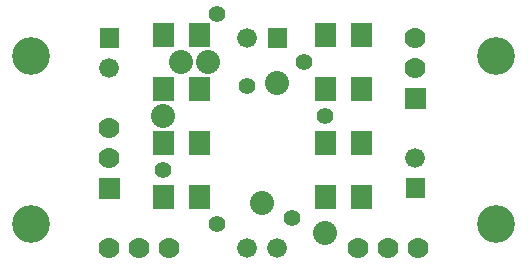
<source format=gbs>
G04 start of page 8 for group -4062 idx -4062 *
G04 Title: (unknown), soldermask *
G04 Creator: pcb 20140316 *
G04 CreationDate: Sat 19 Jul 2014 12:31:25 AM GMT UTC *
G04 For: visage *
G04 Format: Gerber/RS-274X *
G04 PCB-Dimensions (mil): 2010.00 1020.00 *
G04 PCB-Coordinate-Origin: lower left *
%MOIN*%
%FSLAX25Y25*%
%LNBOTTOMMASK*%
%ADD49R,0.0700X0.0700*%
%ADD48C,0.0800*%
%ADD47C,0.0560*%
%ADD46C,0.1260*%
%ADD45C,0.0660*%
%ADD44C,0.0001*%
%ADD43C,0.0700*%
G54D43*X69000Y15000D03*
X59000D03*
X49000D03*
G54D44*G36*
X45500Y38500D02*Y31500D01*
X52500D01*
Y38500D01*
X45500D01*
G37*
G54D43*X49000Y55000D03*
Y45000D03*
G54D45*Y75000D03*
G54D44*G36*
X45700Y88300D02*Y81700D01*
X52300D01*
Y88300D01*
X45700D01*
G37*
G54D43*X132000Y15000D03*
X142000D03*
X152000D03*
G54D45*X105000D03*
X95000D03*
Y85000D03*
G54D44*G36*
X101700Y88300D02*Y81700D01*
X108300D01*
Y88300D01*
X101700D01*
G37*
G54D45*X151000Y45000D03*
G54D44*G36*
X147700Y38300D02*Y31700D01*
X154300D01*
Y38300D01*
X147700D01*
G37*
G54D43*X151000Y85000D03*
Y75000D03*
G54D44*G36*
X147500Y68500D02*Y61500D01*
X154500D01*
Y68500D01*
X147500D01*
G37*
G54D46*X178000Y79000D03*
Y23000D03*
G54D47*X121000Y59000D03*
X114000Y77000D03*
X95000Y69000D03*
X85000Y93000D03*
G54D48*X105000Y70000D03*
G54D47*X67000Y41000D03*
G54D46*X23000Y23000D03*
G54D48*X73000Y77000D03*
G54D46*X23000Y79000D03*
G54D48*X82000Y77000D03*
X67000Y59000D03*
G54D47*X85000Y23000D03*
X110000Y25000D03*
G54D48*X100000Y30000D03*
X121000Y20000D03*
G54D49*Y86500D02*Y85500D01*
X133000Y86500D02*Y85500D01*
X121000Y68500D02*Y67500D01*
Y50500D02*Y49500D01*
Y32500D02*Y31500D01*
X133000Y68500D02*Y67500D01*
Y50500D02*Y49500D01*
Y32500D02*Y31500D01*
X67000Y50500D02*Y49500D01*
X79000Y50500D02*Y49500D01*
X67000Y32500D02*Y31500D01*
Y86500D02*Y85500D01*
X79000Y86500D02*Y85500D01*
X67000Y68500D02*Y67500D01*
X79000Y68500D02*Y67500D01*
Y32500D02*Y31500D01*
M02*

</source>
